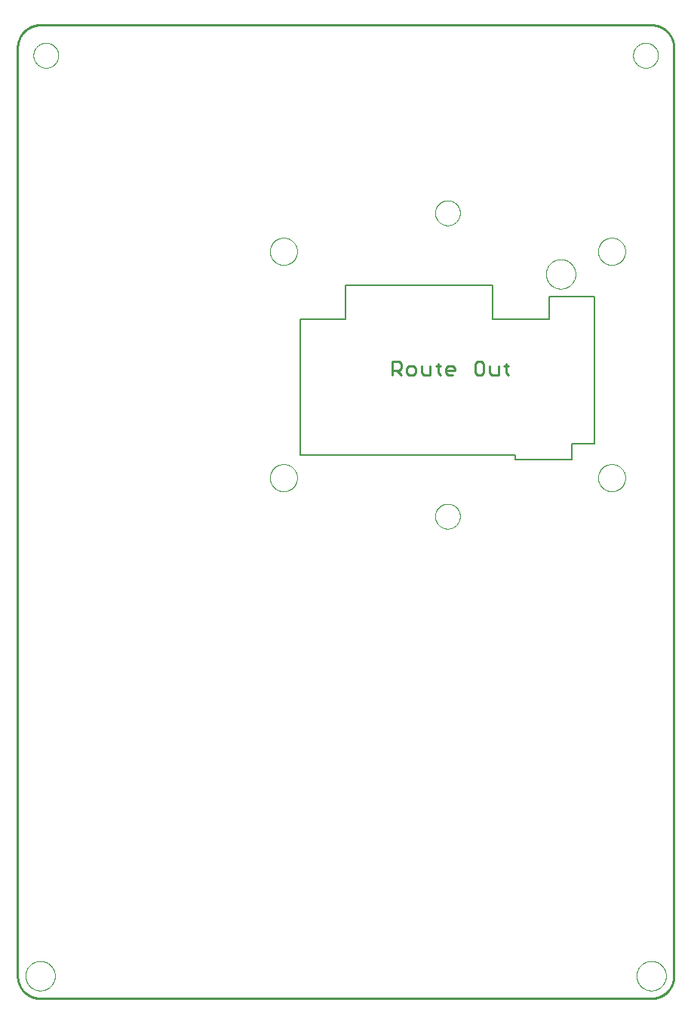
<source format=gko>
G75*
%MOIN*%
%OFA0B0*%
%FSLAX25Y25*%
%IPPOS*%
%LPD*%
%AMOC8*
5,1,8,0,0,1.08239X$1,22.5*
%
%ADD10C,0.01000*%
%ADD11C,0.00800*%
%ADD12C,0.01100*%
%ADD13C,0.00700*%
%ADD14C,0.00000*%
D10*
X0143333Y0120000D02*
X0143333Y0530000D01*
X0143336Y0530242D01*
X0143345Y0530483D01*
X0143359Y0530724D01*
X0143380Y0530965D01*
X0143406Y0531205D01*
X0143438Y0531445D01*
X0143476Y0531684D01*
X0143519Y0531921D01*
X0143569Y0532158D01*
X0143624Y0532393D01*
X0143684Y0532627D01*
X0143751Y0532859D01*
X0143822Y0533090D01*
X0143900Y0533319D01*
X0143983Y0533546D01*
X0144071Y0533771D01*
X0144165Y0533994D01*
X0144264Y0534214D01*
X0144369Y0534432D01*
X0144478Y0534647D01*
X0144593Y0534860D01*
X0144713Y0535070D01*
X0144838Y0535276D01*
X0144968Y0535480D01*
X0145103Y0535681D01*
X0145243Y0535878D01*
X0145387Y0536072D01*
X0145536Y0536262D01*
X0145690Y0536448D01*
X0145848Y0536631D01*
X0146010Y0536810D01*
X0146177Y0536985D01*
X0146348Y0537156D01*
X0146523Y0537323D01*
X0146702Y0537485D01*
X0146885Y0537643D01*
X0147071Y0537797D01*
X0147261Y0537946D01*
X0147455Y0538090D01*
X0147652Y0538230D01*
X0147853Y0538365D01*
X0148057Y0538495D01*
X0148263Y0538620D01*
X0148473Y0538740D01*
X0148686Y0538855D01*
X0148901Y0538964D01*
X0149119Y0539069D01*
X0149339Y0539168D01*
X0149562Y0539262D01*
X0149787Y0539350D01*
X0150014Y0539433D01*
X0150243Y0539511D01*
X0150474Y0539582D01*
X0150706Y0539649D01*
X0150940Y0539709D01*
X0151175Y0539764D01*
X0151412Y0539814D01*
X0151649Y0539857D01*
X0151888Y0539895D01*
X0152128Y0539927D01*
X0152368Y0539953D01*
X0152609Y0539974D01*
X0152850Y0539988D01*
X0153091Y0539997D01*
X0153333Y0540000D01*
X0423333Y0540000D01*
X0423575Y0539997D01*
X0423816Y0539988D01*
X0424057Y0539974D01*
X0424298Y0539953D01*
X0424538Y0539927D01*
X0424778Y0539895D01*
X0425017Y0539857D01*
X0425254Y0539814D01*
X0425491Y0539764D01*
X0425726Y0539709D01*
X0425960Y0539649D01*
X0426192Y0539582D01*
X0426423Y0539511D01*
X0426652Y0539433D01*
X0426879Y0539350D01*
X0427104Y0539262D01*
X0427327Y0539168D01*
X0427547Y0539069D01*
X0427765Y0538964D01*
X0427980Y0538855D01*
X0428193Y0538740D01*
X0428403Y0538620D01*
X0428609Y0538495D01*
X0428813Y0538365D01*
X0429014Y0538230D01*
X0429211Y0538090D01*
X0429405Y0537946D01*
X0429595Y0537797D01*
X0429781Y0537643D01*
X0429964Y0537485D01*
X0430143Y0537323D01*
X0430318Y0537156D01*
X0430489Y0536985D01*
X0430656Y0536810D01*
X0430818Y0536631D01*
X0430976Y0536448D01*
X0431130Y0536262D01*
X0431279Y0536072D01*
X0431423Y0535878D01*
X0431563Y0535681D01*
X0431698Y0535480D01*
X0431828Y0535276D01*
X0431953Y0535070D01*
X0432073Y0534860D01*
X0432188Y0534647D01*
X0432297Y0534432D01*
X0432402Y0534214D01*
X0432501Y0533994D01*
X0432595Y0533771D01*
X0432683Y0533546D01*
X0432766Y0533319D01*
X0432844Y0533090D01*
X0432915Y0532859D01*
X0432982Y0532627D01*
X0433042Y0532393D01*
X0433097Y0532158D01*
X0433147Y0531921D01*
X0433190Y0531684D01*
X0433228Y0531445D01*
X0433260Y0531205D01*
X0433286Y0530965D01*
X0433307Y0530724D01*
X0433321Y0530483D01*
X0433330Y0530242D01*
X0433333Y0530000D01*
X0433333Y0120000D01*
X0433330Y0119758D01*
X0433321Y0119517D01*
X0433307Y0119276D01*
X0433286Y0119035D01*
X0433260Y0118795D01*
X0433228Y0118555D01*
X0433190Y0118316D01*
X0433147Y0118079D01*
X0433097Y0117842D01*
X0433042Y0117607D01*
X0432982Y0117373D01*
X0432915Y0117141D01*
X0432844Y0116910D01*
X0432766Y0116681D01*
X0432683Y0116454D01*
X0432595Y0116229D01*
X0432501Y0116006D01*
X0432402Y0115786D01*
X0432297Y0115568D01*
X0432188Y0115353D01*
X0432073Y0115140D01*
X0431953Y0114930D01*
X0431828Y0114724D01*
X0431698Y0114520D01*
X0431563Y0114319D01*
X0431423Y0114122D01*
X0431279Y0113928D01*
X0431130Y0113738D01*
X0430976Y0113552D01*
X0430818Y0113369D01*
X0430656Y0113190D01*
X0430489Y0113015D01*
X0430318Y0112844D01*
X0430143Y0112677D01*
X0429964Y0112515D01*
X0429781Y0112357D01*
X0429595Y0112203D01*
X0429405Y0112054D01*
X0429211Y0111910D01*
X0429014Y0111770D01*
X0428813Y0111635D01*
X0428609Y0111505D01*
X0428403Y0111380D01*
X0428193Y0111260D01*
X0427980Y0111145D01*
X0427765Y0111036D01*
X0427547Y0110931D01*
X0427327Y0110832D01*
X0427104Y0110738D01*
X0426879Y0110650D01*
X0426652Y0110567D01*
X0426423Y0110489D01*
X0426192Y0110418D01*
X0425960Y0110351D01*
X0425726Y0110291D01*
X0425491Y0110236D01*
X0425254Y0110186D01*
X0425017Y0110143D01*
X0424778Y0110105D01*
X0424538Y0110073D01*
X0424298Y0110047D01*
X0424057Y0110026D01*
X0423816Y0110012D01*
X0423575Y0110003D01*
X0423333Y0110000D01*
X0153333Y0110000D01*
X0153091Y0110003D01*
X0152850Y0110012D01*
X0152609Y0110026D01*
X0152368Y0110047D01*
X0152128Y0110073D01*
X0151888Y0110105D01*
X0151649Y0110143D01*
X0151412Y0110186D01*
X0151175Y0110236D01*
X0150940Y0110291D01*
X0150706Y0110351D01*
X0150474Y0110418D01*
X0150243Y0110489D01*
X0150014Y0110567D01*
X0149787Y0110650D01*
X0149562Y0110738D01*
X0149339Y0110832D01*
X0149119Y0110931D01*
X0148901Y0111036D01*
X0148686Y0111145D01*
X0148473Y0111260D01*
X0148263Y0111380D01*
X0148057Y0111505D01*
X0147853Y0111635D01*
X0147652Y0111770D01*
X0147455Y0111910D01*
X0147261Y0112054D01*
X0147071Y0112203D01*
X0146885Y0112357D01*
X0146702Y0112515D01*
X0146523Y0112677D01*
X0146348Y0112844D01*
X0146177Y0113015D01*
X0146010Y0113190D01*
X0145848Y0113369D01*
X0145690Y0113552D01*
X0145536Y0113738D01*
X0145387Y0113928D01*
X0145243Y0114122D01*
X0145103Y0114319D01*
X0144968Y0114520D01*
X0144838Y0114724D01*
X0144713Y0114930D01*
X0144593Y0115140D01*
X0144478Y0115353D01*
X0144369Y0115568D01*
X0144264Y0115786D01*
X0144165Y0116006D01*
X0144071Y0116229D01*
X0143983Y0116454D01*
X0143900Y0116681D01*
X0143822Y0116910D01*
X0143751Y0117141D01*
X0143684Y0117373D01*
X0143624Y0117607D01*
X0143569Y0117842D01*
X0143519Y0118079D01*
X0143476Y0118316D01*
X0143438Y0118555D01*
X0143406Y0118795D01*
X0143380Y0119035D01*
X0143359Y0119276D01*
X0143345Y0119517D01*
X0143336Y0119758D01*
X0143333Y0120000D01*
D11*
X0268333Y0350000D02*
X0268333Y0410000D01*
X0288333Y0410000D01*
X0288333Y0425000D01*
X0353333Y0425000D01*
X0353333Y0410000D01*
X0378333Y0410000D01*
X0378333Y0420000D01*
X0398333Y0420000D01*
X0398333Y0355000D01*
X0388333Y0348000D02*
X0363333Y0348000D01*
X0363333Y0350000D01*
X0268333Y0350000D01*
D12*
X0308883Y0385550D02*
X0308883Y0391455D01*
X0311836Y0391455D01*
X0312820Y0390471D01*
X0312820Y0388503D01*
X0311836Y0387518D01*
X0308883Y0387518D01*
X0310852Y0387518D02*
X0312820Y0385550D01*
X0315329Y0386534D02*
X0316313Y0385550D01*
X0318281Y0385550D01*
X0319266Y0386534D01*
X0319266Y0388503D01*
X0318281Y0389487D01*
X0316313Y0389487D01*
X0315329Y0388503D01*
X0315329Y0386534D01*
X0321774Y0386534D02*
X0322758Y0385550D01*
X0325711Y0385550D01*
X0325711Y0389487D01*
X0328220Y0389487D02*
X0330188Y0389487D01*
X0329204Y0390471D02*
X0329204Y0386534D01*
X0330188Y0385550D01*
X0332517Y0386534D02*
X0332517Y0388503D01*
X0333501Y0389487D01*
X0335469Y0389487D01*
X0336454Y0388503D01*
X0336454Y0387518D01*
X0332517Y0387518D01*
X0332517Y0386534D02*
X0333501Y0385550D01*
X0335469Y0385550D01*
X0345408Y0386534D02*
X0346392Y0385550D01*
X0348360Y0385550D01*
X0349345Y0386534D01*
X0349345Y0390471D01*
X0348360Y0391455D01*
X0346392Y0391455D01*
X0345408Y0390471D01*
X0345408Y0386534D01*
X0351853Y0386534D02*
X0352837Y0385550D01*
X0355790Y0385550D01*
X0355790Y0389487D01*
X0358299Y0389487D02*
X0360267Y0389487D01*
X0359283Y0390471D02*
X0359283Y0386534D01*
X0360267Y0385550D01*
X0351853Y0386534D02*
X0351853Y0389487D01*
X0321774Y0389487D02*
X0321774Y0386534D01*
D13*
X0388333Y0355000D02*
X0388333Y0348000D01*
X0388333Y0355000D02*
X0398333Y0355000D01*
D14*
X0399833Y0340000D02*
X0399835Y0340154D01*
X0399841Y0340309D01*
X0399851Y0340463D01*
X0399865Y0340617D01*
X0399883Y0340770D01*
X0399904Y0340923D01*
X0399930Y0341076D01*
X0399960Y0341227D01*
X0399993Y0341378D01*
X0400031Y0341528D01*
X0400072Y0341677D01*
X0400117Y0341825D01*
X0400166Y0341971D01*
X0400219Y0342117D01*
X0400275Y0342260D01*
X0400335Y0342403D01*
X0400399Y0342543D01*
X0400466Y0342683D01*
X0400537Y0342820D01*
X0400611Y0342955D01*
X0400689Y0343089D01*
X0400770Y0343220D01*
X0400855Y0343349D01*
X0400943Y0343477D01*
X0401034Y0343601D01*
X0401128Y0343724D01*
X0401226Y0343844D01*
X0401326Y0343961D01*
X0401430Y0344076D01*
X0401536Y0344188D01*
X0401645Y0344297D01*
X0401757Y0344403D01*
X0401872Y0344507D01*
X0401989Y0344607D01*
X0402109Y0344705D01*
X0402232Y0344799D01*
X0402356Y0344890D01*
X0402484Y0344978D01*
X0402613Y0345063D01*
X0402744Y0345144D01*
X0402878Y0345222D01*
X0403013Y0345296D01*
X0403150Y0345367D01*
X0403290Y0345434D01*
X0403430Y0345498D01*
X0403573Y0345558D01*
X0403716Y0345614D01*
X0403862Y0345667D01*
X0404008Y0345716D01*
X0404156Y0345761D01*
X0404305Y0345802D01*
X0404455Y0345840D01*
X0404606Y0345873D01*
X0404757Y0345903D01*
X0404910Y0345929D01*
X0405063Y0345950D01*
X0405216Y0345968D01*
X0405370Y0345982D01*
X0405524Y0345992D01*
X0405679Y0345998D01*
X0405833Y0346000D01*
X0405987Y0345998D01*
X0406142Y0345992D01*
X0406296Y0345982D01*
X0406450Y0345968D01*
X0406603Y0345950D01*
X0406756Y0345929D01*
X0406909Y0345903D01*
X0407060Y0345873D01*
X0407211Y0345840D01*
X0407361Y0345802D01*
X0407510Y0345761D01*
X0407658Y0345716D01*
X0407804Y0345667D01*
X0407950Y0345614D01*
X0408093Y0345558D01*
X0408236Y0345498D01*
X0408376Y0345434D01*
X0408516Y0345367D01*
X0408653Y0345296D01*
X0408788Y0345222D01*
X0408922Y0345144D01*
X0409053Y0345063D01*
X0409182Y0344978D01*
X0409310Y0344890D01*
X0409434Y0344799D01*
X0409557Y0344705D01*
X0409677Y0344607D01*
X0409794Y0344507D01*
X0409909Y0344403D01*
X0410021Y0344297D01*
X0410130Y0344188D01*
X0410236Y0344076D01*
X0410340Y0343961D01*
X0410440Y0343844D01*
X0410538Y0343724D01*
X0410632Y0343601D01*
X0410723Y0343477D01*
X0410811Y0343349D01*
X0410896Y0343220D01*
X0410977Y0343089D01*
X0411055Y0342955D01*
X0411129Y0342820D01*
X0411200Y0342683D01*
X0411267Y0342543D01*
X0411331Y0342403D01*
X0411391Y0342260D01*
X0411447Y0342117D01*
X0411500Y0341971D01*
X0411549Y0341825D01*
X0411594Y0341677D01*
X0411635Y0341528D01*
X0411673Y0341378D01*
X0411706Y0341227D01*
X0411736Y0341076D01*
X0411762Y0340923D01*
X0411783Y0340770D01*
X0411801Y0340617D01*
X0411815Y0340463D01*
X0411825Y0340309D01*
X0411831Y0340154D01*
X0411833Y0340000D01*
X0411831Y0339846D01*
X0411825Y0339691D01*
X0411815Y0339537D01*
X0411801Y0339383D01*
X0411783Y0339230D01*
X0411762Y0339077D01*
X0411736Y0338924D01*
X0411706Y0338773D01*
X0411673Y0338622D01*
X0411635Y0338472D01*
X0411594Y0338323D01*
X0411549Y0338175D01*
X0411500Y0338029D01*
X0411447Y0337883D01*
X0411391Y0337740D01*
X0411331Y0337597D01*
X0411267Y0337457D01*
X0411200Y0337317D01*
X0411129Y0337180D01*
X0411055Y0337045D01*
X0410977Y0336911D01*
X0410896Y0336780D01*
X0410811Y0336651D01*
X0410723Y0336523D01*
X0410632Y0336399D01*
X0410538Y0336276D01*
X0410440Y0336156D01*
X0410340Y0336039D01*
X0410236Y0335924D01*
X0410130Y0335812D01*
X0410021Y0335703D01*
X0409909Y0335597D01*
X0409794Y0335493D01*
X0409677Y0335393D01*
X0409557Y0335295D01*
X0409434Y0335201D01*
X0409310Y0335110D01*
X0409182Y0335022D01*
X0409053Y0334937D01*
X0408922Y0334856D01*
X0408788Y0334778D01*
X0408653Y0334704D01*
X0408516Y0334633D01*
X0408376Y0334566D01*
X0408236Y0334502D01*
X0408093Y0334442D01*
X0407950Y0334386D01*
X0407804Y0334333D01*
X0407658Y0334284D01*
X0407510Y0334239D01*
X0407361Y0334198D01*
X0407211Y0334160D01*
X0407060Y0334127D01*
X0406909Y0334097D01*
X0406756Y0334071D01*
X0406603Y0334050D01*
X0406450Y0334032D01*
X0406296Y0334018D01*
X0406142Y0334008D01*
X0405987Y0334002D01*
X0405833Y0334000D01*
X0405679Y0334002D01*
X0405524Y0334008D01*
X0405370Y0334018D01*
X0405216Y0334032D01*
X0405063Y0334050D01*
X0404910Y0334071D01*
X0404757Y0334097D01*
X0404606Y0334127D01*
X0404455Y0334160D01*
X0404305Y0334198D01*
X0404156Y0334239D01*
X0404008Y0334284D01*
X0403862Y0334333D01*
X0403716Y0334386D01*
X0403573Y0334442D01*
X0403430Y0334502D01*
X0403290Y0334566D01*
X0403150Y0334633D01*
X0403013Y0334704D01*
X0402878Y0334778D01*
X0402744Y0334856D01*
X0402613Y0334937D01*
X0402484Y0335022D01*
X0402356Y0335110D01*
X0402232Y0335201D01*
X0402109Y0335295D01*
X0401989Y0335393D01*
X0401872Y0335493D01*
X0401757Y0335597D01*
X0401645Y0335703D01*
X0401536Y0335812D01*
X0401430Y0335924D01*
X0401326Y0336039D01*
X0401226Y0336156D01*
X0401128Y0336276D01*
X0401034Y0336399D01*
X0400943Y0336523D01*
X0400855Y0336651D01*
X0400770Y0336780D01*
X0400689Y0336911D01*
X0400611Y0337045D01*
X0400537Y0337180D01*
X0400466Y0337317D01*
X0400399Y0337457D01*
X0400335Y0337597D01*
X0400275Y0337740D01*
X0400219Y0337883D01*
X0400166Y0338029D01*
X0400117Y0338175D01*
X0400072Y0338323D01*
X0400031Y0338472D01*
X0399993Y0338622D01*
X0399960Y0338773D01*
X0399930Y0338924D01*
X0399904Y0339077D01*
X0399883Y0339230D01*
X0399865Y0339383D01*
X0399851Y0339537D01*
X0399841Y0339691D01*
X0399835Y0339846D01*
X0399833Y0340000D01*
X0376833Y0430000D02*
X0376835Y0430161D01*
X0376841Y0430321D01*
X0376851Y0430482D01*
X0376865Y0430642D01*
X0376883Y0430802D01*
X0376904Y0430961D01*
X0376930Y0431120D01*
X0376960Y0431278D01*
X0376993Y0431435D01*
X0377031Y0431592D01*
X0377072Y0431747D01*
X0377117Y0431901D01*
X0377166Y0432054D01*
X0377219Y0432206D01*
X0377275Y0432357D01*
X0377336Y0432506D01*
X0377399Y0432654D01*
X0377467Y0432800D01*
X0377538Y0432944D01*
X0377612Y0433086D01*
X0377690Y0433227D01*
X0377772Y0433365D01*
X0377857Y0433502D01*
X0377945Y0433636D01*
X0378037Y0433768D01*
X0378132Y0433898D01*
X0378230Y0434026D01*
X0378331Y0434151D01*
X0378435Y0434273D01*
X0378542Y0434393D01*
X0378652Y0434510D01*
X0378765Y0434625D01*
X0378881Y0434736D01*
X0379000Y0434845D01*
X0379121Y0434950D01*
X0379245Y0435053D01*
X0379371Y0435153D01*
X0379499Y0435249D01*
X0379630Y0435342D01*
X0379764Y0435432D01*
X0379899Y0435519D01*
X0380037Y0435602D01*
X0380176Y0435682D01*
X0380318Y0435758D01*
X0380461Y0435831D01*
X0380606Y0435900D01*
X0380753Y0435966D01*
X0380901Y0436028D01*
X0381051Y0436086D01*
X0381202Y0436141D01*
X0381355Y0436192D01*
X0381509Y0436239D01*
X0381664Y0436282D01*
X0381820Y0436321D01*
X0381976Y0436357D01*
X0382134Y0436388D01*
X0382292Y0436416D01*
X0382451Y0436440D01*
X0382611Y0436460D01*
X0382771Y0436476D01*
X0382931Y0436488D01*
X0383092Y0436496D01*
X0383253Y0436500D01*
X0383413Y0436500D01*
X0383574Y0436496D01*
X0383735Y0436488D01*
X0383895Y0436476D01*
X0384055Y0436460D01*
X0384215Y0436440D01*
X0384374Y0436416D01*
X0384532Y0436388D01*
X0384690Y0436357D01*
X0384846Y0436321D01*
X0385002Y0436282D01*
X0385157Y0436239D01*
X0385311Y0436192D01*
X0385464Y0436141D01*
X0385615Y0436086D01*
X0385765Y0436028D01*
X0385913Y0435966D01*
X0386060Y0435900D01*
X0386205Y0435831D01*
X0386348Y0435758D01*
X0386490Y0435682D01*
X0386629Y0435602D01*
X0386767Y0435519D01*
X0386902Y0435432D01*
X0387036Y0435342D01*
X0387167Y0435249D01*
X0387295Y0435153D01*
X0387421Y0435053D01*
X0387545Y0434950D01*
X0387666Y0434845D01*
X0387785Y0434736D01*
X0387901Y0434625D01*
X0388014Y0434510D01*
X0388124Y0434393D01*
X0388231Y0434273D01*
X0388335Y0434151D01*
X0388436Y0434026D01*
X0388534Y0433898D01*
X0388629Y0433768D01*
X0388721Y0433636D01*
X0388809Y0433502D01*
X0388894Y0433365D01*
X0388976Y0433227D01*
X0389054Y0433086D01*
X0389128Y0432944D01*
X0389199Y0432800D01*
X0389267Y0432654D01*
X0389330Y0432506D01*
X0389391Y0432357D01*
X0389447Y0432206D01*
X0389500Y0432054D01*
X0389549Y0431901D01*
X0389594Y0431747D01*
X0389635Y0431592D01*
X0389673Y0431435D01*
X0389706Y0431278D01*
X0389736Y0431120D01*
X0389762Y0430961D01*
X0389783Y0430802D01*
X0389801Y0430642D01*
X0389815Y0430482D01*
X0389825Y0430321D01*
X0389831Y0430161D01*
X0389833Y0430000D01*
X0389831Y0429839D01*
X0389825Y0429679D01*
X0389815Y0429518D01*
X0389801Y0429358D01*
X0389783Y0429198D01*
X0389762Y0429039D01*
X0389736Y0428880D01*
X0389706Y0428722D01*
X0389673Y0428565D01*
X0389635Y0428408D01*
X0389594Y0428253D01*
X0389549Y0428099D01*
X0389500Y0427946D01*
X0389447Y0427794D01*
X0389391Y0427643D01*
X0389330Y0427494D01*
X0389267Y0427346D01*
X0389199Y0427200D01*
X0389128Y0427056D01*
X0389054Y0426914D01*
X0388976Y0426773D01*
X0388894Y0426635D01*
X0388809Y0426498D01*
X0388721Y0426364D01*
X0388629Y0426232D01*
X0388534Y0426102D01*
X0388436Y0425974D01*
X0388335Y0425849D01*
X0388231Y0425727D01*
X0388124Y0425607D01*
X0388014Y0425490D01*
X0387901Y0425375D01*
X0387785Y0425264D01*
X0387666Y0425155D01*
X0387545Y0425050D01*
X0387421Y0424947D01*
X0387295Y0424847D01*
X0387167Y0424751D01*
X0387036Y0424658D01*
X0386902Y0424568D01*
X0386767Y0424481D01*
X0386629Y0424398D01*
X0386490Y0424318D01*
X0386348Y0424242D01*
X0386205Y0424169D01*
X0386060Y0424100D01*
X0385913Y0424034D01*
X0385765Y0423972D01*
X0385615Y0423914D01*
X0385464Y0423859D01*
X0385311Y0423808D01*
X0385157Y0423761D01*
X0385002Y0423718D01*
X0384846Y0423679D01*
X0384690Y0423643D01*
X0384532Y0423612D01*
X0384374Y0423584D01*
X0384215Y0423560D01*
X0384055Y0423540D01*
X0383895Y0423524D01*
X0383735Y0423512D01*
X0383574Y0423504D01*
X0383413Y0423500D01*
X0383253Y0423500D01*
X0383092Y0423504D01*
X0382931Y0423512D01*
X0382771Y0423524D01*
X0382611Y0423540D01*
X0382451Y0423560D01*
X0382292Y0423584D01*
X0382134Y0423612D01*
X0381976Y0423643D01*
X0381820Y0423679D01*
X0381664Y0423718D01*
X0381509Y0423761D01*
X0381355Y0423808D01*
X0381202Y0423859D01*
X0381051Y0423914D01*
X0380901Y0423972D01*
X0380753Y0424034D01*
X0380606Y0424100D01*
X0380461Y0424169D01*
X0380318Y0424242D01*
X0380176Y0424318D01*
X0380037Y0424398D01*
X0379899Y0424481D01*
X0379764Y0424568D01*
X0379630Y0424658D01*
X0379499Y0424751D01*
X0379371Y0424847D01*
X0379245Y0424947D01*
X0379121Y0425050D01*
X0379000Y0425155D01*
X0378881Y0425264D01*
X0378765Y0425375D01*
X0378652Y0425490D01*
X0378542Y0425607D01*
X0378435Y0425727D01*
X0378331Y0425849D01*
X0378230Y0425974D01*
X0378132Y0426102D01*
X0378037Y0426232D01*
X0377945Y0426364D01*
X0377857Y0426498D01*
X0377772Y0426635D01*
X0377690Y0426773D01*
X0377612Y0426914D01*
X0377538Y0427056D01*
X0377467Y0427200D01*
X0377399Y0427346D01*
X0377336Y0427494D01*
X0377275Y0427643D01*
X0377219Y0427794D01*
X0377166Y0427946D01*
X0377117Y0428099D01*
X0377072Y0428253D01*
X0377031Y0428408D01*
X0376993Y0428565D01*
X0376960Y0428722D01*
X0376930Y0428880D01*
X0376904Y0429039D01*
X0376883Y0429198D01*
X0376865Y0429358D01*
X0376851Y0429518D01*
X0376841Y0429679D01*
X0376835Y0429839D01*
X0376833Y0430000D01*
X0399833Y0440000D02*
X0399835Y0440154D01*
X0399841Y0440309D01*
X0399851Y0440463D01*
X0399865Y0440617D01*
X0399883Y0440770D01*
X0399904Y0440923D01*
X0399930Y0441076D01*
X0399960Y0441227D01*
X0399993Y0441378D01*
X0400031Y0441528D01*
X0400072Y0441677D01*
X0400117Y0441825D01*
X0400166Y0441971D01*
X0400219Y0442117D01*
X0400275Y0442260D01*
X0400335Y0442403D01*
X0400399Y0442543D01*
X0400466Y0442683D01*
X0400537Y0442820D01*
X0400611Y0442955D01*
X0400689Y0443089D01*
X0400770Y0443220D01*
X0400855Y0443349D01*
X0400943Y0443477D01*
X0401034Y0443601D01*
X0401128Y0443724D01*
X0401226Y0443844D01*
X0401326Y0443961D01*
X0401430Y0444076D01*
X0401536Y0444188D01*
X0401645Y0444297D01*
X0401757Y0444403D01*
X0401872Y0444507D01*
X0401989Y0444607D01*
X0402109Y0444705D01*
X0402232Y0444799D01*
X0402356Y0444890D01*
X0402484Y0444978D01*
X0402613Y0445063D01*
X0402744Y0445144D01*
X0402878Y0445222D01*
X0403013Y0445296D01*
X0403150Y0445367D01*
X0403290Y0445434D01*
X0403430Y0445498D01*
X0403573Y0445558D01*
X0403716Y0445614D01*
X0403862Y0445667D01*
X0404008Y0445716D01*
X0404156Y0445761D01*
X0404305Y0445802D01*
X0404455Y0445840D01*
X0404606Y0445873D01*
X0404757Y0445903D01*
X0404910Y0445929D01*
X0405063Y0445950D01*
X0405216Y0445968D01*
X0405370Y0445982D01*
X0405524Y0445992D01*
X0405679Y0445998D01*
X0405833Y0446000D01*
X0405987Y0445998D01*
X0406142Y0445992D01*
X0406296Y0445982D01*
X0406450Y0445968D01*
X0406603Y0445950D01*
X0406756Y0445929D01*
X0406909Y0445903D01*
X0407060Y0445873D01*
X0407211Y0445840D01*
X0407361Y0445802D01*
X0407510Y0445761D01*
X0407658Y0445716D01*
X0407804Y0445667D01*
X0407950Y0445614D01*
X0408093Y0445558D01*
X0408236Y0445498D01*
X0408376Y0445434D01*
X0408516Y0445367D01*
X0408653Y0445296D01*
X0408788Y0445222D01*
X0408922Y0445144D01*
X0409053Y0445063D01*
X0409182Y0444978D01*
X0409310Y0444890D01*
X0409434Y0444799D01*
X0409557Y0444705D01*
X0409677Y0444607D01*
X0409794Y0444507D01*
X0409909Y0444403D01*
X0410021Y0444297D01*
X0410130Y0444188D01*
X0410236Y0444076D01*
X0410340Y0443961D01*
X0410440Y0443844D01*
X0410538Y0443724D01*
X0410632Y0443601D01*
X0410723Y0443477D01*
X0410811Y0443349D01*
X0410896Y0443220D01*
X0410977Y0443089D01*
X0411055Y0442955D01*
X0411129Y0442820D01*
X0411200Y0442683D01*
X0411267Y0442543D01*
X0411331Y0442403D01*
X0411391Y0442260D01*
X0411447Y0442117D01*
X0411500Y0441971D01*
X0411549Y0441825D01*
X0411594Y0441677D01*
X0411635Y0441528D01*
X0411673Y0441378D01*
X0411706Y0441227D01*
X0411736Y0441076D01*
X0411762Y0440923D01*
X0411783Y0440770D01*
X0411801Y0440617D01*
X0411815Y0440463D01*
X0411825Y0440309D01*
X0411831Y0440154D01*
X0411833Y0440000D01*
X0411831Y0439846D01*
X0411825Y0439691D01*
X0411815Y0439537D01*
X0411801Y0439383D01*
X0411783Y0439230D01*
X0411762Y0439077D01*
X0411736Y0438924D01*
X0411706Y0438773D01*
X0411673Y0438622D01*
X0411635Y0438472D01*
X0411594Y0438323D01*
X0411549Y0438175D01*
X0411500Y0438029D01*
X0411447Y0437883D01*
X0411391Y0437740D01*
X0411331Y0437597D01*
X0411267Y0437457D01*
X0411200Y0437317D01*
X0411129Y0437180D01*
X0411055Y0437045D01*
X0410977Y0436911D01*
X0410896Y0436780D01*
X0410811Y0436651D01*
X0410723Y0436523D01*
X0410632Y0436399D01*
X0410538Y0436276D01*
X0410440Y0436156D01*
X0410340Y0436039D01*
X0410236Y0435924D01*
X0410130Y0435812D01*
X0410021Y0435703D01*
X0409909Y0435597D01*
X0409794Y0435493D01*
X0409677Y0435393D01*
X0409557Y0435295D01*
X0409434Y0435201D01*
X0409310Y0435110D01*
X0409182Y0435022D01*
X0409053Y0434937D01*
X0408922Y0434856D01*
X0408788Y0434778D01*
X0408653Y0434704D01*
X0408516Y0434633D01*
X0408376Y0434566D01*
X0408236Y0434502D01*
X0408093Y0434442D01*
X0407950Y0434386D01*
X0407804Y0434333D01*
X0407658Y0434284D01*
X0407510Y0434239D01*
X0407361Y0434198D01*
X0407211Y0434160D01*
X0407060Y0434127D01*
X0406909Y0434097D01*
X0406756Y0434071D01*
X0406603Y0434050D01*
X0406450Y0434032D01*
X0406296Y0434018D01*
X0406142Y0434008D01*
X0405987Y0434002D01*
X0405833Y0434000D01*
X0405679Y0434002D01*
X0405524Y0434008D01*
X0405370Y0434018D01*
X0405216Y0434032D01*
X0405063Y0434050D01*
X0404910Y0434071D01*
X0404757Y0434097D01*
X0404606Y0434127D01*
X0404455Y0434160D01*
X0404305Y0434198D01*
X0404156Y0434239D01*
X0404008Y0434284D01*
X0403862Y0434333D01*
X0403716Y0434386D01*
X0403573Y0434442D01*
X0403430Y0434502D01*
X0403290Y0434566D01*
X0403150Y0434633D01*
X0403013Y0434704D01*
X0402878Y0434778D01*
X0402744Y0434856D01*
X0402613Y0434937D01*
X0402484Y0435022D01*
X0402356Y0435110D01*
X0402232Y0435201D01*
X0402109Y0435295D01*
X0401989Y0435393D01*
X0401872Y0435493D01*
X0401757Y0435597D01*
X0401645Y0435703D01*
X0401536Y0435812D01*
X0401430Y0435924D01*
X0401326Y0436039D01*
X0401226Y0436156D01*
X0401128Y0436276D01*
X0401034Y0436399D01*
X0400943Y0436523D01*
X0400855Y0436651D01*
X0400770Y0436780D01*
X0400689Y0436911D01*
X0400611Y0437045D01*
X0400537Y0437180D01*
X0400466Y0437317D01*
X0400399Y0437457D01*
X0400335Y0437597D01*
X0400275Y0437740D01*
X0400219Y0437883D01*
X0400166Y0438029D01*
X0400117Y0438175D01*
X0400072Y0438323D01*
X0400031Y0438472D01*
X0399993Y0438622D01*
X0399960Y0438773D01*
X0399930Y0438924D01*
X0399904Y0439077D01*
X0399883Y0439230D01*
X0399865Y0439383D01*
X0399851Y0439537D01*
X0399841Y0439691D01*
X0399835Y0439846D01*
X0399833Y0440000D01*
X0415333Y0526600D02*
X0415335Y0526748D01*
X0415341Y0526896D01*
X0415351Y0527044D01*
X0415365Y0527192D01*
X0415383Y0527339D01*
X0415405Y0527486D01*
X0415431Y0527632D01*
X0415460Y0527777D01*
X0415494Y0527922D01*
X0415532Y0528065D01*
X0415573Y0528208D01*
X0415618Y0528349D01*
X0415668Y0528489D01*
X0415720Y0528627D01*
X0415777Y0528765D01*
X0415837Y0528900D01*
X0415901Y0529034D01*
X0415968Y0529166D01*
X0416039Y0529296D01*
X0416114Y0529425D01*
X0416192Y0529551D01*
X0416273Y0529675D01*
X0416357Y0529797D01*
X0416445Y0529916D01*
X0416536Y0530033D01*
X0416630Y0530148D01*
X0416728Y0530260D01*
X0416828Y0530369D01*
X0416931Y0530476D01*
X0417037Y0530580D01*
X0417145Y0530681D01*
X0417257Y0530779D01*
X0417371Y0530874D01*
X0417487Y0530965D01*
X0417606Y0531054D01*
X0417727Y0531139D01*
X0417851Y0531221D01*
X0417977Y0531300D01*
X0418104Y0531375D01*
X0418234Y0531447D01*
X0418366Y0531516D01*
X0418499Y0531580D01*
X0418634Y0531641D01*
X0418771Y0531699D01*
X0418909Y0531753D01*
X0419049Y0531803D01*
X0419190Y0531849D01*
X0419332Y0531891D01*
X0419475Y0531930D01*
X0419619Y0531964D01*
X0419765Y0531995D01*
X0419910Y0532022D01*
X0420057Y0532045D01*
X0420204Y0532064D01*
X0420352Y0532079D01*
X0420499Y0532090D01*
X0420648Y0532097D01*
X0420796Y0532100D01*
X0420944Y0532099D01*
X0421092Y0532094D01*
X0421240Y0532085D01*
X0421388Y0532072D01*
X0421536Y0532055D01*
X0421682Y0532034D01*
X0421829Y0532009D01*
X0421974Y0531980D01*
X0422119Y0531948D01*
X0422262Y0531911D01*
X0422405Y0531871D01*
X0422547Y0531826D01*
X0422687Y0531778D01*
X0422826Y0531726D01*
X0422963Y0531671D01*
X0423099Y0531611D01*
X0423234Y0531548D01*
X0423366Y0531482D01*
X0423497Y0531412D01*
X0423626Y0531338D01*
X0423752Y0531261D01*
X0423877Y0531181D01*
X0423999Y0531097D01*
X0424120Y0531010D01*
X0424237Y0530920D01*
X0424353Y0530826D01*
X0424465Y0530730D01*
X0424575Y0530631D01*
X0424683Y0530528D01*
X0424787Y0530423D01*
X0424889Y0530315D01*
X0424987Y0530204D01*
X0425083Y0530091D01*
X0425176Y0529975D01*
X0425265Y0529857D01*
X0425351Y0529736D01*
X0425434Y0529613D01*
X0425514Y0529488D01*
X0425590Y0529361D01*
X0425663Y0529231D01*
X0425732Y0529100D01*
X0425797Y0528967D01*
X0425860Y0528833D01*
X0425918Y0528696D01*
X0425973Y0528558D01*
X0426023Y0528419D01*
X0426071Y0528278D01*
X0426114Y0528137D01*
X0426154Y0527994D01*
X0426189Y0527850D01*
X0426221Y0527705D01*
X0426249Y0527559D01*
X0426273Y0527413D01*
X0426293Y0527266D01*
X0426309Y0527118D01*
X0426321Y0526971D01*
X0426329Y0526822D01*
X0426333Y0526674D01*
X0426333Y0526526D01*
X0426329Y0526378D01*
X0426321Y0526229D01*
X0426309Y0526082D01*
X0426293Y0525934D01*
X0426273Y0525787D01*
X0426249Y0525641D01*
X0426221Y0525495D01*
X0426189Y0525350D01*
X0426154Y0525206D01*
X0426114Y0525063D01*
X0426071Y0524922D01*
X0426023Y0524781D01*
X0425973Y0524642D01*
X0425918Y0524504D01*
X0425860Y0524367D01*
X0425797Y0524233D01*
X0425732Y0524100D01*
X0425663Y0523969D01*
X0425590Y0523839D01*
X0425514Y0523712D01*
X0425434Y0523587D01*
X0425351Y0523464D01*
X0425265Y0523343D01*
X0425176Y0523225D01*
X0425083Y0523109D01*
X0424987Y0522996D01*
X0424889Y0522885D01*
X0424787Y0522777D01*
X0424683Y0522672D01*
X0424575Y0522569D01*
X0424465Y0522470D01*
X0424353Y0522374D01*
X0424237Y0522280D01*
X0424120Y0522190D01*
X0423999Y0522103D01*
X0423877Y0522019D01*
X0423752Y0521939D01*
X0423626Y0521862D01*
X0423497Y0521788D01*
X0423366Y0521718D01*
X0423234Y0521652D01*
X0423099Y0521589D01*
X0422963Y0521529D01*
X0422826Y0521474D01*
X0422687Y0521422D01*
X0422547Y0521374D01*
X0422405Y0521329D01*
X0422262Y0521289D01*
X0422119Y0521252D01*
X0421974Y0521220D01*
X0421829Y0521191D01*
X0421682Y0521166D01*
X0421536Y0521145D01*
X0421388Y0521128D01*
X0421240Y0521115D01*
X0421092Y0521106D01*
X0420944Y0521101D01*
X0420796Y0521100D01*
X0420648Y0521103D01*
X0420499Y0521110D01*
X0420352Y0521121D01*
X0420204Y0521136D01*
X0420057Y0521155D01*
X0419910Y0521178D01*
X0419765Y0521205D01*
X0419619Y0521236D01*
X0419475Y0521270D01*
X0419332Y0521309D01*
X0419190Y0521351D01*
X0419049Y0521397D01*
X0418909Y0521447D01*
X0418771Y0521501D01*
X0418634Y0521559D01*
X0418499Y0521620D01*
X0418366Y0521684D01*
X0418234Y0521753D01*
X0418104Y0521825D01*
X0417977Y0521900D01*
X0417851Y0521979D01*
X0417727Y0522061D01*
X0417606Y0522146D01*
X0417487Y0522235D01*
X0417371Y0522326D01*
X0417257Y0522421D01*
X0417145Y0522519D01*
X0417037Y0522620D01*
X0416931Y0522724D01*
X0416828Y0522831D01*
X0416728Y0522940D01*
X0416630Y0523052D01*
X0416536Y0523167D01*
X0416445Y0523284D01*
X0416357Y0523403D01*
X0416273Y0523525D01*
X0416192Y0523649D01*
X0416114Y0523775D01*
X0416039Y0523904D01*
X0415968Y0524034D01*
X0415901Y0524166D01*
X0415837Y0524300D01*
X0415777Y0524435D01*
X0415720Y0524573D01*
X0415668Y0524711D01*
X0415618Y0524851D01*
X0415573Y0524992D01*
X0415532Y0525135D01*
X0415494Y0525278D01*
X0415460Y0525423D01*
X0415431Y0525568D01*
X0415405Y0525714D01*
X0415383Y0525861D01*
X0415365Y0526008D01*
X0415351Y0526156D01*
X0415341Y0526304D01*
X0415335Y0526452D01*
X0415333Y0526600D01*
X0327833Y0457000D02*
X0327835Y0457148D01*
X0327841Y0457296D01*
X0327851Y0457444D01*
X0327865Y0457592D01*
X0327883Y0457739D01*
X0327905Y0457886D01*
X0327931Y0458032D01*
X0327960Y0458177D01*
X0327994Y0458322D01*
X0328032Y0458465D01*
X0328073Y0458608D01*
X0328118Y0458749D01*
X0328168Y0458889D01*
X0328220Y0459027D01*
X0328277Y0459165D01*
X0328337Y0459300D01*
X0328401Y0459434D01*
X0328468Y0459566D01*
X0328539Y0459696D01*
X0328614Y0459825D01*
X0328692Y0459951D01*
X0328773Y0460075D01*
X0328857Y0460197D01*
X0328945Y0460316D01*
X0329036Y0460433D01*
X0329130Y0460548D01*
X0329228Y0460660D01*
X0329328Y0460769D01*
X0329431Y0460876D01*
X0329537Y0460980D01*
X0329645Y0461081D01*
X0329757Y0461179D01*
X0329871Y0461274D01*
X0329987Y0461365D01*
X0330106Y0461454D01*
X0330227Y0461539D01*
X0330351Y0461621D01*
X0330477Y0461700D01*
X0330604Y0461775D01*
X0330734Y0461847D01*
X0330866Y0461916D01*
X0330999Y0461980D01*
X0331134Y0462041D01*
X0331271Y0462099D01*
X0331409Y0462153D01*
X0331549Y0462203D01*
X0331690Y0462249D01*
X0331832Y0462291D01*
X0331975Y0462330D01*
X0332119Y0462364D01*
X0332265Y0462395D01*
X0332410Y0462422D01*
X0332557Y0462445D01*
X0332704Y0462464D01*
X0332852Y0462479D01*
X0332999Y0462490D01*
X0333148Y0462497D01*
X0333296Y0462500D01*
X0333444Y0462499D01*
X0333592Y0462494D01*
X0333740Y0462485D01*
X0333888Y0462472D01*
X0334036Y0462455D01*
X0334182Y0462434D01*
X0334329Y0462409D01*
X0334474Y0462380D01*
X0334619Y0462348D01*
X0334762Y0462311D01*
X0334905Y0462271D01*
X0335047Y0462226D01*
X0335187Y0462178D01*
X0335326Y0462126D01*
X0335463Y0462071D01*
X0335599Y0462011D01*
X0335734Y0461948D01*
X0335866Y0461882D01*
X0335997Y0461812D01*
X0336126Y0461738D01*
X0336252Y0461661D01*
X0336377Y0461581D01*
X0336499Y0461497D01*
X0336620Y0461410D01*
X0336737Y0461320D01*
X0336853Y0461226D01*
X0336965Y0461130D01*
X0337075Y0461031D01*
X0337183Y0460928D01*
X0337287Y0460823D01*
X0337389Y0460715D01*
X0337487Y0460604D01*
X0337583Y0460491D01*
X0337676Y0460375D01*
X0337765Y0460257D01*
X0337851Y0460136D01*
X0337934Y0460013D01*
X0338014Y0459888D01*
X0338090Y0459761D01*
X0338163Y0459631D01*
X0338232Y0459500D01*
X0338297Y0459367D01*
X0338360Y0459233D01*
X0338418Y0459096D01*
X0338473Y0458958D01*
X0338523Y0458819D01*
X0338571Y0458678D01*
X0338614Y0458537D01*
X0338654Y0458394D01*
X0338689Y0458250D01*
X0338721Y0458105D01*
X0338749Y0457959D01*
X0338773Y0457813D01*
X0338793Y0457666D01*
X0338809Y0457518D01*
X0338821Y0457371D01*
X0338829Y0457222D01*
X0338833Y0457074D01*
X0338833Y0456926D01*
X0338829Y0456778D01*
X0338821Y0456629D01*
X0338809Y0456482D01*
X0338793Y0456334D01*
X0338773Y0456187D01*
X0338749Y0456041D01*
X0338721Y0455895D01*
X0338689Y0455750D01*
X0338654Y0455606D01*
X0338614Y0455463D01*
X0338571Y0455322D01*
X0338523Y0455181D01*
X0338473Y0455042D01*
X0338418Y0454904D01*
X0338360Y0454767D01*
X0338297Y0454633D01*
X0338232Y0454500D01*
X0338163Y0454369D01*
X0338090Y0454239D01*
X0338014Y0454112D01*
X0337934Y0453987D01*
X0337851Y0453864D01*
X0337765Y0453743D01*
X0337676Y0453625D01*
X0337583Y0453509D01*
X0337487Y0453396D01*
X0337389Y0453285D01*
X0337287Y0453177D01*
X0337183Y0453072D01*
X0337075Y0452969D01*
X0336965Y0452870D01*
X0336853Y0452774D01*
X0336737Y0452680D01*
X0336620Y0452590D01*
X0336499Y0452503D01*
X0336377Y0452419D01*
X0336252Y0452339D01*
X0336126Y0452262D01*
X0335997Y0452188D01*
X0335866Y0452118D01*
X0335734Y0452052D01*
X0335599Y0451989D01*
X0335463Y0451929D01*
X0335326Y0451874D01*
X0335187Y0451822D01*
X0335047Y0451774D01*
X0334905Y0451729D01*
X0334762Y0451689D01*
X0334619Y0451652D01*
X0334474Y0451620D01*
X0334329Y0451591D01*
X0334182Y0451566D01*
X0334036Y0451545D01*
X0333888Y0451528D01*
X0333740Y0451515D01*
X0333592Y0451506D01*
X0333444Y0451501D01*
X0333296Y0451500D01*
X0333148Y0451503D01*
X0332999Y0451510D01*
X0332852Y0451521D01*
X0332704Y0451536D01*
X0332557Y0451555D01*
X0332410Y0451578D01*
X0332265Y0451605D01*
X0332119Y0451636D01*
X0331975Y0451670D01*
X0331832Y0451709D01*
X0331690Y0451751D01*
X0331549Y0451797D01*
X0331409Y0451847D01*
X0331271Y0451901D01*
X0331134Y0451959D01*
X0330999Y0452020D01*
X0330866Y0452084D01*
X0330734Y0452153D01*
X0330604Y0452225D01*
X0330477Y0452300D01*
X0330351Y0452379D01*
X0330227Y0452461D01*
X0330106Y0452546D01*
X0329987Y0452635D01*
X0329871Y0452726D01*
X0329757Y0452821D01*
X0329645Y0452919D01*
X0329537Y0453020D01*
X0329431Y0453124D01*
X0329328Y0453231D01*
X0329228Y0453340D01*
X0329130Y0453452D01*
X0329036Y0453567D01*
X0328945Y0453684D01*
X0328857Y0453803D01*
X0328773Y0453925D01*
X0328692Y0454049D01*
X0328614Y0454175D01*
X0328539Y0454304D01*
X0328468Y0454434D01*
X0328401Y0454566D01*
X0328337Y0454700D01*
X0328277Y0454835D01*
X0328220Y0454973D01*
X0328168Y0455111D01*
X0328118Y0455251D01*
X0328073Y0455392D01*
X0328032Y0455535D01*
X0327994Y0455678D01*
X0327960Y0455823D01*
X0327931Y0455968D01*
X0327905Y0456114D01*
X0327883Y0456261D01*
X0327865Y0456408D01*
X0327851Y0456556D01*
X0327841Y0456704D01*
X0327835Y0456852D01*
X0327833Y0457000D01*
X0254833Y0440000D02*
X0254835Y0440154D01*
X0254841Y0440309D01*
X0254851Y0440463D01*
X0254865Y0440617D01*
X0254883Y0440770D01*
X0254904Y0440923D01*
X0254930Y0441076D01*
X0254960Y0441227D01*
X0254993Y0441378D01*
X0255031Y0441528D01*
X0255072Y0441677D01*
X0255117Y0441825D01*
X0255166Y0441971D01*
X0255219Y0442117D01*
X0255275Y0442260D01*
X0255335Y0442403D01*
X0255399Y0442543D01*
X0255466Y0442683D01*
X0255537Y0442820D01*
X0255611Y0442955D01*
X0255689Y0443089D01*
X0255770Y0443220D01*
X0255855Y0443349D01*
X0255943Y0443477D01*
X0256034Y0443601D01*
X0256128Y0443724D01*
X0256226Y0443844D01*
X0256326Y0443961D01*
X0256430Y0444076D01*
X0256536Y0444188D01*
X0256645Y0444297D01*
X0256757Y0444403D01*
X0256872Y0444507D01*
X0256989Y0444607D01*
X0257109Y0444705D01*
X0257232Y0444799D01*
X0257356Y0444890D01*
X0257484Y0444978D01*
X0257613Y0445063D01*
X0257744Y0445144D01*
X0257878Y0445222D01*
X0258013Y0445296D01*
X0258150Y0445367D01*
X0258290Y0445434D01*
X0258430Y0445498D01*
X0258573Y0445558D01*
X0258716Y0445614D01*
X0258862Y0445667D01*
X0259008Y0445716D01*
X0259156Y0445761D01*
X0259305Y0445802D01*
X0259455Y0445840D01*
X0259606Y0445873D01*
X0259757Y0445903D01*
X0259910Y0445929D01*
X0260063Y0445950D01*
X0260216Y0445968D01*
X0260370Y0445982D01*
X0260524Y0445992D01*
X0260679Y0445998D01*
X0260833Y0446000D01*
X0260987Y0445998D01*
X0261142Y0445992D01*
X0261296Y0445982D01*
X0261450Y0445968D01*
X0261603Y0445950D01*
X0261756Y0445929D01*
X0261909Y0445903D01*
X0262060Y0445873D01*
X0262211Y0445840D01*
X0262361Y0445802D01*
X0262510Y0445761D01*
X0262658Y0445716D01*
X0262804Y0445667D01*
X0262950Y0445614D01*
X0263093Y0445558D01*
X0263236Y0445498D01*
X0263376Y0445434D01*
X0263516Y0445367D01*
X0263653Y0445296D01*
X0263788Y0445222D01*
X0263922Y0445144D01*
X0264053Y0445063D01*
X0264182Y0444978D01*
X0264310Y0444890D01*
X0264434Y0444799D01*
X0264557Y0444705D01*
X0264677Y0444607D01*
X0264794Y0444507D01*
X0264909Y0444403D01*
X0265021Y0444297D01*
X0265130Y0444188D01*
X0265236Y0444076D01*
X0265340Y0443961D01*
X0265440Y0443844D01*
X0265538Y0443724D01*
X0265632Y0443601D01*
X0265723Y0443477D01*
X0265811Y0443349D01*
X0265896Y0443220D01*
X0265977Y0443089D01*
X0266055Y0442955D01*
X0266129Y0442820D01*
X0266200Y0442683D01*
X0266267Y0442543D01*
X0266331Y0442403D01*
X0266391Y0442260D01*
X0266447Y0442117D01*
X0266500Y0441971D01*
X0266549Y0441825D01*
X0266594Y0441677D01*
X0266635Y0441528D01*
X0266673Y0441378D01*
X0266706Y0441227D01*
X0266736Y0441076D01*
X0266762Y0440923D01*
X0266783Y0440770D01*
X0266801Y0440617D01*
X0266815Y0440463D01*
X0266825Y0440309D01*
X0266831Y0440154D01*
X0266833Y0440000D01*
X0266831Y0439846D01*
X0266825Y0439691D01*
X0266815Y0439537D01*
X0266801Y0439383D01*
X0266783Y0439230D01*
X0266762Y0439077D01*
X0266736Y0438924D01*
X0266706Y0438773D01*
X0266673Y0438622D01*
X0266635Y0438472D01*
X0266594Y0438323D01*
X0266549Y0438175D01*
X0266500Y0438029D01*
X0266447Y0437883D01*
X0266391Y0437740D01*
X0266331Y0437597D01*
X0266267Y0437457D01*
X0266200Y0437317D01*
X0266129Y0437180D01*
X0266055Y0437045D01*
X0265977Y0436911D01*
X0265896Y0436780D01*
X0265811Y0436651D01*
X0265723Y0436523D01*
X0265632Y0436399D01*
X0265538Y0436276D01*
X0265440Y0436156D01*
X0265340Y0436039D01*
X0265236Y0435924D01*
X0265130Y0435812D01*
X0265021Y0435703D01*
X0264909Y0435597D01*
X0264794Y0435493D01*
X0264677Y0435393D01*
X0264557Y0435295D01*
X0264434Y0435201D01*
X0264310Y0435110D01*
X0264182Y0435022D01*
X0264053Y0434937D01*
X0263922Y0434856D01*
X0263788Y0434778D01*
X0263653Y0434704D01*
X0263516Y0434633D01*
X0263376Y0434566D01*
X0263236Y0434502D01*
X0263093Y0434442D01*
X0262950Y0434386D01*
X0262804Y0434333D01*
X0262658Y0434284D01*
X0262510Y0434239D01*
X0262361Y0434198D01*
X0262211Y0434160D01*
X0262060Y0434127D01*
X0261909Y0434097D01*
X0261756Y0434071D01*
X0261603Y0434050D01*
X0261450Y0434032D01*
X0261296Y0434018D01*
X0261142Y0434008D01*
X0260987Y0434002D01*
X0260833Y0434000D01*
X0260679Y0434002D01*
X0260524Y0434008D01*
X0260370Y0434018D01*
X0260216Y0434032D01*
X0260063Y0434050D01*
X0259910Y0434071D01*
X0259757Y0434097D01*
X0259606Y0434127D01*
X0259455Y0434160D01*
X0259305Y0434198D01*
X0259156Y0434239D01*
X0259008Y0434284D01*
X0258862Y0434333D01*
X0258716Y0434386D01*
X0258573Y0434442D01*
X0258430Y0434502D01*
X0258290Y0434566D01*
X0258150Y0434633D01*
X0258013Y0434704D01*
X0257878Y0434778D01*
X0257744Y0434856D01*
X0257613Y0434937D01*
X0257484Y0435022D01*
X0257356Y0435110D01*
X0257232Y0435201D01*
X0257109Y0435295D01*
X0256989Y0435393D01*
X0256872Y0435493D01*
X0256757Y0435597D01*
X0256645Y0435703D01*
X0256536Y0435812D01*
X0256430Y0435924D01*
X0256326Y0436039D01*
X0256226Y0436156D01*
X0256128Y0436276D01*
X0256034Y0436399D01*
X0255943Y0436523D01*
X0255855Y0436651D01*
X0255770Y0436780D01*
X0255689Y0436911D01*
X0255611Y0437045D01*
X0255537Y0437180D01*
X0255466Y0437317D01*
X0255399Y0437457D01*
X0255335Y0437597D01*
X0255275Y0437740D01*
X0255219Y0437883D01*
X0255166Y0438029D01*
X0255117Y0438175D01*
X0255072Y0438323D01*
X0255031Y0438472D01*
X0254993Y0438622D01*
X0254960Y0438773D01*
X0254930Y0438924D01*
X0254904Y0439077D01*
X0254883Y0439230D01*
X0254865Y0439383D01*
X0254851Y0439537D01*
X0254841Y0439691D01*
X0254835Y0439846D01*
X0254833Y0440000D01*
X0254833Y0340000D02*
X0254835Y0340154D01*
X0254841Y0340309D01*
X0254851Y0340463D01*
X0254865Y0340617D01*
X0254883Y0340770D01*
X0254904Y0340923D01*
X0254930Y0341076D01*
X0254960Y0341227D01*
X0254993Y0341378D01*
X0255031Y0341528D01*
X0255072Y0341677D01*
X0255117Y0341825D01*
X0255166Y0341971D01*
X0255219Y0342117D01*
X0255275Y0342260D01*
X0255335Y0342403D01*
X0255399Y0342543D01*
X0255466Y0342683D01*
X0255537Y0342820D01*
X0255611Y0342955D01*
X0255689Y0343089D01*
X0255770Y0343220D01*
X0255855Y0343349D01*
X0255943Y0343477D01*
X0256034Y0343601D01*
X0256128Y0343724D01*
X0256226Y0343844D01*
X0256326Y0343961D01*
X0256430Y0344076D01*
X0256536Y0344188D01*
X0256645Y0344297D01*
X0256757Y0344403D01*
X0256872Y0344507D01*
X0256989Y0344607D01*
X0257109Y0344705D01*
X0257232Y0344799D01*
X0257356Y0344890D01*
X0257484Y0344978D01*
X0257613Y0345063D01*
X0257744Y0345144D01*
X0257878Y0345222D01*
X0258013Y0345296D01*
X0258150Y0345367D01*
X0258290Y0345434D01*
X0258430Y0345498D01*
X0258573Y0345558D01*
X0258716Y0345614D01*
X0258862Y0345667D01*
X0259008Y0345716D01*
X0259156Y0345761D01*
X0259305Y0345802D01*
X0259455Y0345840D01*
X0259606Y0345873D01*
X0259757Y0345903D01*
X0259910Y0345929D01*
X0260063Y0345950D01*
X0260216Y0345968D01*
X0260370Y0345982D01*
X0260524Y0345992D01*
X0260679Y0345998D01*
X0260833Y0346000D01*
X0260987Y0345998D01*
X0261142Y0345992D01*
X0261296Y0345982D01*
X0261450Y0345968D01*
X0261603Y0345950D01*
X0261756Y0345929D01*
X0261909Y0345903D01*
X0262060Y0345873D01*
X0262211Y0345840D01*
X0262361Y0345802D01*
X0262510Y0345761D01*
X0262658Y0345716D01*
X0262804Y0345667D01*
X0262950Y0345614D01*
X0263093Y0345558D01*
X0263236Y0345498D01*
X0263376Y0345434D01*
X0263516Y0345367D01*
X0263653Y0345296D01*
X0263788Y0345222D01*
X0263922Y0345144D01*
X0264053Y0345063D01*
X0264182Y0344978D01*
X0264310Y0344890D01*
X0264434Y0344799D01*
X0264557Y0344705D01*
X0264677Y0344607D01*
X0264794Y0344507D01*
X0264909Y0344403D01*
X0265021Y0344297D01*
X0265130Y0344188D01*
X0265236Y0344076D01*
X0265340Y0343961D01*
X0265440Y0343844D01*
X0265538Y0343724D01*
X0265632Y0343601D01*
X0265723Y0343477D01*
X0265811Y0343349D01*
X0265896Y0343220D01*
X0265977Y0343089D01*
X0266055Y0342955D01*
X0266129Y0342820D01*
X0266200Y0342683D01*
X0266267Y0342543D01*
X0266331Y0342403D01*
X0266391Y0342260D01*
X0266447Y0342117D01*
X0266500Y0341971D01*
X0266549Y0341825D01*
X0266594Y0341677D01*
X0266635Y0341528D01*
X0266673Y0341378D01*
X0266706Y0341227D01*
X0266736Y0341076D01*
X0266762Y0340923D01*
X0266783Y0340770D01*
X0266801Y0340617D01*
X0266815Y0340463D01*
X0266825Y0340309D01*
X0266831Y0340154D01*
X0266833Y0340000D01*
X0266831Y0339846D01*
X0266825Y0339691D01*
X0266815Y0339537D01*
X0266801Y0339383D01*
X0266783Y0339230D01*
X0266762Y0339077D01*
X0266736Y0338924D01*
X0266706Y0338773D01*
X0266673Y0338622D01*
X0266635Y0338472D01*
X0266594Y0338323D01*
X0266549Y0338175D01*
X0266500Y0338029D01*
X0266447Y0337883D01*
X0266391Y0337740D01*
X0266331Y0337597D01*
X0266267Y0337457D01*
X0266200Y0337317D01*
X0266129Y0337180D01*
X0266055Y0337045D01*
X0265977Y0336911D01*
X0265896Y0336780D01*
X0265811Y0336651D01*
X0265723Y0336523D01*
X0265632Y0336399D01*
X0265538Y0336276D01*
X0265440Y0336156D01*
X0265340Y0336039D01*
X0265236Y0335924D01*
X0265130Y0335812D01*
X0265021Y0335703D01*
X0264909Y0335597D01*
X0264794Y0335493D01*
X0264677Y0335393D01*
X0264557Y0335295D01*
X0264434Y0335201D01*
X0264310Y0335110D01*
X0264182Y0335022D01*
X0264053Y0334937D01*
X0263922Y0334856D01*
X0263788Y0334778D01*
X0263653Y0334704D01*
X0263516Y0334633D01*
X0263376Y0334566D01*
X0263236Y0334502D01*
X0263093Y0334442D01*
X0262950Y0334386D01*
X0262804Y0334333D01*
X0262658Y0334284D01*
X0262510Y0334239D01*
X0262361Y0334198D01*
X0262211Y0334160D01*
X0262060Y0334127D01*
X0261909Y0334097D01*
X0261756Y0334071D01*
X0261603Y0334050D01*
X0261450Y0334032D01*
X0261296Y0334018D01*
X0261142Y0334008D01*
X0260987Y0334002D01*
X0260833Y0334000D01*
X0260679Y0334002D01*
X0260524Y0334008D01*
X0260370Y0334018D01*
X0260216Y0334032D01*
X0260063Y0334050D01*
X0259910Y0334071D01*
X0259757Y0334097D01*
X0259606Y0334127D01*
X0259455Y0334160D01*
X0259305Y0334198D01*
X0259156Y0334239D01*
X0259008Y0334284D01*
X0258862Y0334333D01*
X0258716Y0334386D01*
X0258573Y0334442D01*
X0258430Y0334502D01*
X0258290Y0334566D01*
X0258150Y0334633D01*
X0258013Y0334704D01*
X0257878Y0334778D01*
X0257744Y0334856D01*
X0257613Y0334937D01*
X0257484Y0335022D01*
X0257356Y0335110D01*
X0257232Y0335201D01*
X0257109Y0335295D01*
X0256989Y0335393D01*
X0256872Y0335493D01*
X0256757Y0335597D01*
X0256645Y0335703D01*
X0256536Y0335812D01*
X0256430Y0335924D01*
X0256326Y0336039D01*
X0256226Y0336156D01*
X0256128Y0336276D01*
X0256034Y0336399D01*
X0255943Y0336523D01*
X0255855Y0336651D01*
X0255770Y0336780D01*
X0255689Y0336911D01*
X0255611Y0337045D01*
X0255537Y0337180D01*
X0255466Y0337317D01*
X0255399Y0337457D01*
X0255335Y0337597D01*
X0255275Y0337740D01*
X0255219Y0337883D01*
X0255166Y0338029D01*
X0255117Y0338175D01*
X0255072Y0338323D01*
X0255031Y0338472D01*
X0254993Y0338622D01*
X0254960Y0338773D01*
X0254930Y0338924D01*
X0254904Y0339077D01*
X0254883Y0339230D01*
X0254865Y0339383D01*
X0254851Y0339537D01*
X0254841Y0339691D01*
X0254835Y0339846D01*
X0254833Y0340000D01*
X0327833Y0323000D02*
X0327835Y0323148D01*
X0327841Y0323296D01*
X0327851Y0323444D01*
X0327865Y0323592D01*
X0327883Y0323739D01*
X0327905Y0323886D01*
X0327931Y0324032D01*
X0327960Y0324177D01*
X0327994Y0324322D01*
X0328032Y0324465D01*
X0328073Y0324608D01*
X0328118Y0324749D01*
X0328168Y0324889D01*
X0328220Y0325027D01*
X0328277Y0325165D01*
X0328337Y0325300D01*
X0328401Y0325434D01*
X0328468Y0325566D01*
X0328539Y0325696D01*
X0328614Y0325825D01*
X0328692Y0325951D01*
X0328773Y0326075D01*
X0328857Y0326197D01*
X0328945Y0326316D01*
X0329036Y0326433D01*
X0329130Y0326548D01*
X0329228Y0326660D01*
X0329328Y0326769D01*
X0329431Y0326876D01*
X0329537Y0326980D01*
X0329645Y0327081D01*
X0329757Y0327179D01*
X0329871Y0327274D01*
X0329987Y0327365D01*
X0330106Y0327454D01*
X0330227Y0327539D01*
X0330351Y0327621D01*
X0330477Y0327700D01*
X0330604Y0327775D01*
X0330734Y0327847D01*
X0330866Y0327916D01*
X0330999Y0327980D01*
X0331134Y0328041D01*
X0331271Y0328099D01*
X0331409Y0328153D01*
X0331549Y0328203D01*
X0331690Y0328249D01*
X0331832Y0328291D01*
X0331975Y0328330D01*
X0332119Y0328364D01*
X0332265Y0328395D01*
X0332410Y0328422D01*
X0332557Y0328445D01*
X0332704Y0328464D01*
X0332852Y0328479D01*
X0332999Y0328490D01*
X0333148Y0328497D01*
X0333296Y0328500D01*
X0333444Y0328499D01*
X0333592Y0328494D01*
X0333740Y0328485D01*
X0333888Y0328472D01*
X0334036Y0328455D01*
X0334182Y0328434D01*
X0334329Y0328409D01*
X0334474Y0328380D01*
X0334619Y0328348D01*
X0334762Y0328311D01*
X0334905Y0328271D01*
X0335047Y0328226D01*
X0335187Y0328178D01*
X0335326Y0328126D01*
X0335463Y0328071D01*
X0335599Y0328011D01*
X0335734Y0327948D01*
X0335866Y0327882D01*
X0335997Y0327812D01*
X0336126Y0327738D01*
X0336252Y0327661D01*
X0336377Y0327581D01*
X0336499Y0327497D01*
X0336620Y0327410D01*
X0336737Y0327320D01*
X0336853Y0327226D01*
X0336965Y0327130D01*
X0337075Y0327031D01*
X0337183Y0326928D01*
X0337287Y0326823D01*
X0337389Y0326715D01*
X0337487Y0326604D01*
X0337583Y0326491D01*
X0337676Y0326375D01*
X0337765Y0326257D01*
X0337851Y0326136D01*
X0337934Y0326013D01*
X0338014Y0325888D01*
X0338090Y0325761D01*
X0338163Y0325631D01*
X0338232Y0325500D01*
X0338297Y0325367D01*
X0338360Y0325233D01*
X0338418Y0325096D01*
X0338473Y0324958D01*
X0338523Y0324819D01*
X0338571Y0324678D01*
X0338614Y0324537D01*
X0338654Y0324394D01*
X0338689Y0324250D01*
X0338721Y0324105D01*
X0338749Y0323959D01*
X0338773Y0323813D01*
X0338793Y0323666D01*
X0338809Y0323518D01*
X0338821Y0323371D01*
X0338829Y0323222D01*
X0338833Y0323074D01*
X0338833Y0322926D01*
X0338829Y0322778D01*
X0338821Y0322629D01*
X0338809Y0322482D01*
X0338793Y0322334D01*
X0338773Y0322187D01*
X0338749Y0322041D01*
X0338721Y0321895D01*
X0338689Y0321750D01*
X0338654Y0321606D01*
X0338614Y0321463D01*
X0338571Y0321322D01*
X0338523Y0321181D01*
X0338473Y0321042D01*
X0338418Y0320904D01*
X0338360Y0320767D01*
X0338297Y0320633D01*
X0338232Y0320500D01*
X0338163Y0320369D01*
X0338090Y0320239D01*
X0338014Y0320112D01*
X0337934Y0319987D01*
X0337851Y0319864D01*
X0337765Y0319743D01*
X0337676Y0319625D01*
X0337583Y0319509D01*
X0337487Y0319396D01*
X0337389Y0319285D01*
X0337287Y0319177D01*
X0337183Y0319072D01*
X0337075Y0318969D01*
X0336965Y0318870D01*
X0336853Y0318774D01*
X0336737Y0318680D01*
X0336620Y0318590D01*
X0336499Y0318503D01*
X0336377Y0318419D01*
X0336252Y0318339D01*
X0336126Y0318262D01*
X0335997Y0318188D01*
X0335866Y0318118D01*
X0335734Y0318052D01*
X0335599Y0317989D01*
X0335463Y0317929D01*
X0335326Y0317874D01*
X0335187Y0317822D01*
X0335047Y0317774D01*
X0334905Y0317729D01*
X0334762Y0317689D01*
X0334619Y0317652D01*
X0334474Y0317620D01*
X0334329Y0317591D01*
X0334182Y0317566D01*
X0334036Y0317545D01*
X0333888Y0317528D01*
X0333740Y0317515D01*
X0333592Y0317506D01*
X0333444Y0317501D01*
X0333296Y0317500D01*
X0333148Y0317503D01*
X0332999Y0317510D01*
X0332852Y0317521D01*
X0332704Y0317536D01*
X0332557Y0317555D01*
X0332410Y0317578D01*
X0332265Y0317605D01*
X0332119Y0317636D01*
X0331975Y0317670D01*
X0331832Y0317709D01*
X0331690Y0317751D01*
X0331549Y0317797D01*
X0331409Y0317847D01*
X0331271Y0317901D01*
X0331134Y0317959D01*
X0330999Y0318020D01*
X0330866Y0318084D01*
X0330734Y0318153D01*
X0330604Y0318225D01*
X0330477Y0318300D01*
X0330351Y0318379D01*
X0330227Y0318461D01*
X0330106Y0318546D01*
X0329987Y0318635D01*
X0329871Y0318726D01*
X0329757Y0318821D01*
X0329645Y0318919D01*
X0329537Y0319020D01*
X0329431Y0319124D01*
X0329328Y0319231D01*
X0329228Y0319340D01*
X0329130Y0319452D01*
X0329036Y0319567D01*
X0328945Y0319684D01*
X0328857Y0319803D01*
X0328773Y0319925D01*
X0328692Y0320049D01*
X0328614Y0320175D01*
X0328539Y0320304D01*
X0328468Y0320434D01*
X0328401Y0320566D01*
X0328337Y0320700D01*
X0328277Y0320835D01*
X0328220Y0320973D01*
X0328168Y0321111D01*
X0328118Y0321251D01*
X0328073Y0321392D01*
X0328032Y0321535D01*
X0327994Y0321678D01*
X0327960Y0321823D01*
X0327931Y0321968D01*
X0327905Y0322114D01*
X0327883Y0322261D01*
X0327865Y0322408D01*
X0327851Y0322556D01*
X0327841Y0322704D01*
X0327835Y0322852D01*
X0327833Y0323000D01*
X0416833Y0120000D02*
X0416835Y0120161D01*
X0416841Y0120321D01*
X0416851Y0120482D01*
X0416865Y0120642D01*
X0416883Y0120802D01*
X0416904Y0120961D01*
X0416930Y0121120D01*
X0416960Y0121278D01*
X0416993Y0121435D01*
X0417031Y0121592D01*
X0417072Y0121747D01*
X0417117Y0121901D01*
X0417166Y0122054D01*
X0417219Y0122206D01*
X0417275Y0122357D01*
X0417336Y0122506D01*
X0417399Y0122654D01*
X0417467Y0122800D01*
X0417538Y0122944D01*
X0417612Y0123086D01*
X0417690Y0123227D01*
X0417772Y0123365D01*
X0417857Y0123502D01*
X0417945Y0123636D01*
X0418037Y0123768D01*
X0418132Y0123898D01*
X0418230Y0124026D01*
X0418331Y0124151D01*
X0418435Y0124273D01*
X0418542Y0124393D01*
X0418652Y0124510D01*
X0418765Y0124625D01*
X0418881Y0124736D01*
X0419000Y0124845D01*
X0419121Y0124950D01*
X0419245Y0125053D01*
X0419371Y0125153D01*
X0419499Y0125249D01*
X0419630Y0125342D01*
X0419764Y0125432D01*
X0419899Y0125519D01*
X0420037Y0125602D01*
X0420176Y0125682D01*
X0420318Y0125758D01*
X0420461Y0125831D01*
X0420606Y0125900D01*
X0420753Y0125966D01*
X0420901Y0126028D01*
X0421051Y0126086D01*
X0421202Y0126141D01*
X0421355Y0126192D01*
X0421509Y0126239D01*
X0421664Y0126282D01*
X0421820Y0126321D01*
X0421976Y0126357D01*
X0422134Y0126388D01*
X0422292Y0126416D01*
X0422451Y0126440D01*
X0422611Y0126460D01*
X0422771Y0126476D01*
X0422931Y0126488D01*
X0423092Y0126496D01*
X0423253Y0126500D01*
X0423413Y0126500D01*
X0423574Y0126496D01*
X0423735Y0126488D01*
X0423895Y0126476D01*
X0424055Y0126460D01*
X0424215Y0126440D01*
X0424374Y0126416D01*
X0424532Y0126388D01*
X0424690Y0126357D01*
X0424846Y0126321D01*
X0425002Y0126282D01*
X0425157Y0126239D01*
X0425311Y0126192D01*
X0425464Y0126141D01*
X0425615Y0126086D01*
X0425765Y0126028D01*
X0425913Y0125966D01*
X0426060Y0125900D01*
X0426205Y0125831D01*
X0426348Y0125758D01*
X0426490Y0125682D01*
X0426629Y0125602D01*
X0426767Y0125519D01*
X0426902Y0125432D01*
X0427036Y0125342D01*
X0427167Y0125249D01*
X0427295Y0125153D01*
X0427421Y0125053D01*
X0427545Y0124950D01*
X0427666Y0124845D01*
X0427785Y0124736D01*
X0427901Y0124625D01*
X0428014Y0124510D01*
X0428124Y0124393D01*
X0428231Y0124273D01*
X0428335Y0124151D01*
X0428436Y0124026D01*
X0428534Y0123898D01*
X0428629Y0123768D01*
X0428721Y0123636D01*
X0428809Y0123502D01*
X0428894Y0123365D01*
X0428976Y0123227D01*
X0429054Y0123086D01*
X0429128Y0122944D01*
X0429199Y0122800D01*
X0429267Y0122654D01*
X0429330Y0122506D01*
X0429391Y0122357D01*
X0429447Y0122206D01*
X0429500Y0122054D01*
X0429549Y0121901D01*
X0429594Y0121747D01*
X0429635Y0121592D01*
X0429673Y0121435D01*
X0429706Y0121278D01*
X0429736Y0121120D01*
X0429762Y0120961D01*
X0429783Y0120802D01*
X0429801Y0120642D01*
X0429815Y0120482D01*
X0429825Y0120321D01*
X0429831Y0120161D01*
X0429833Y0120000D01*
X0429831Y0119839D01*
X0429825Y0119679D01*
X0429815Y0119518D01*
X0429801Y0119358D01*
X0429783Y0119198D01*
X0429762Y0119039D01*
X0429736Y0118880D01*
X0429706Y0118722D01*
X0429673Y0118565D01*
X0429635Y0118408D01*
X0429594Y0118253D01*
X0429549Y0118099D01*
X0429500Y0117946D01*
X0429447Y0117794D01*
X0429391Y0117643D01*
X0429330Y0117494D01*
X0429267Y0117346D01*
X0429199Y0117200D01*
X0429128Y0117056D01*
X0429054Y0116914D01*
X0428976Y0116773D01*
X0428894Y0116635D01*
X0428809Y0116498D01*
X0428721Y0116364D01*
X0428629Y0116232D01*
X0428534Y0116102D01*
X0428436Y0115974D01*
X0428335Y0115849D01*
X0428231Y0115727D01*
X0428124Y0115607D01*
X0428014Y0115490D01*
X0427901Y0115375D01*
X0427785Y0115264D01*
X0427666Y0115155D01*
X0427545Y0115050D01*
X0427421Y0114947D01*
X0427295Y0114847D01*
X0427167Y0114751D01*
X0427036Y0114658D01*
X0426902Y0114568D01*
X0426767Y0114481D01*
X0426629Y0114398D01*
X0426490Y0114318D01*
X0426348Y0114242D01*
X0426205Y0114169D01*
X0426060Y0114100D01*
X0425913Y0114034D01*
X0425765Y0113972D01*
X0425615Y0113914D01*
X0425464Y0113859D01*
X0425311Y0113808D01*
X0425157Y0113761D01*
X0425002Y0113718D01*
X0424846Y0113679D01*
X0424690Y0113643D01*
X0424532Y0113612D01*
X0424374Y0113584D01*
X0424215Y0113560D01*
X0424055Y0113540D01*
X0423895Y0113524D01*
X0423735Y0113512D01*
X0423574Y0113504D01*
X0423413Y0113500D01*
X0423253Y0113500D01*
X0423092Y0113504D01*
X0422931Y0113512D01*
X0422771Y0113524D01*
X0422611Y0113540D01*
X0422451Y0113560D01*
X0422292Y0113584D01*
X0422134Y0113612D01*
X0421976Y0113643D01*
X0421820Y0113679D01*
X0421664Y0113718D01*
X0421509Y0113761D01*
X0421355Y0113808D01*
X0421202Y0113859D01*
X0421051Y0113914D01*
X0420901Y0113972D01*
X0420753Y0114034D01*
X0420606Y0114100D01*
X0420461Y0114169D01*
X0420318Y0114242D01*
X0420176Y0114318D01*
X0420037Y0114398D01*
X0419899Y0114481D01*
X0419764Y0114568D01*
X0419630Y0114658D01*
X0419499Y0114751D01*
X0419371Y0114847D01*
X0419245Y0114947D01*
X0419121Y0115050D01*
X0419000Y0115155D01*
X0418881Y0115264D01*
X0418765Y0115375D01*
X0418652Y0115490D01*
X0418542Y0115607D01*
X0418435Y0115727D01*
X0418331Y0115849D01*
X0418230Y0115974D01*
X0418132Y0116102D01*
X0418037Y0116232D01*
X0417945Y0116364D01*
X0417857Y0116498D01*
X0417772Y0116635D01*
X0417690Y0116773D01*
X0417612Y0116914D01*
X0417538Y0117056D01*
X0417467Y0117200D01*
X0417399Y0117346D01*
X0417336Y0117494D01*
X0417275Y0117643D01*
X0417219Y0117794D01*
X0417166Y0117946D01*
X0417117Y0118099D01*
X0417072Y0118253D01*
X0417031Y0118408D01*
X0416993Y0118565D01*
X0416960Y0118722D01*
X0416930Y0118880D01*
X0416904Y0119039D01*
X0416883Y0119198D01*
X0416865Y0119358D01*
X0416851Y0119518D01*
X0416841Y0119679D01*
X0416835Y0119839D01*
X0416833Y0120000D01*
X0150333Y0526600D02*
X0150335Y0526748D01*
X0150341Y0526896D01*
X0150351Y0527044D01*
X0150365Y0527192D01*
X0150383Y0527339D01*
X0150405Y0527486D01*
X0150431Y0527632D01*
X0150460Y0527777D01*
X0150494Y0527922D01*
X0150532Y0528065D01*
X0150573Y0528208D01*
X0150618Y0528349D01*
X0150668Y0528489D01*
X0150720Y0528627D01*
X0150777Y0528765D01*
X0150837Y0528900D01*
X0150901Y0529034D01*
X0150968Y0529166D01*
X0151039Y0529296D01*
X0151114Y0529425D01*
X0151192Y0529551D01*
X0151273Y0529675D01*
X0151357Y0529797D01*
X0151445Y0529916D01*
X0151536Y0530033D01*
X0151630Y0530148D01*
X0151728Y0530260D01*
X0151828Y0530369D01*
X0151931Y0530476D01*
X0152037Y0530580D01*
X0152145Y0530681D01*
X0152257Y0530779D01*
X0152371Y0530874D01*
X0152487Y0530965D01*
X0152606Y0531054D01*
X0152727Y0531139D01*
X0152851Y0531221D01*
X0152977Y0531300D01*
X0153104Y0531375D01*
X0153234Y0531447D01*
X0153366Y0531516D01*
X0153499Y0531580D01*
X0153634Y0531641D01*
X0153771Y0531699D01*
X0153909Y0531753D01*
X0154049Y0531803D01*
X0154190Y0531849D01*
X0154332Y0531891D01*
X0154475Y0531930D01*
X0154619Y0531964D01*
X0154765Y0531995D01*
X0154910Y0532022D01*
X0155057Y0532045D01*
X0155204Y0532064D01*
X0155352Y0532079D01*
X0155499Y0532090D01*
X0155648Y0532097D01*
X0155796Y0532100D01*
X0155944Y0532099D01*
X0156092Y0532094D01*
X0156240Y0532085D01*
X0156388Y0532072D01*
X0156536Y0532055D01*
X0156682Y0532034D01*
X0156829Y0532009D01*
X0156974Y0531980D01*
X0157119Y0531948D01*
X0157262Y0531911D01*
X0157405Y0531871D01*
X0157547Y0531826D01*
X0157687Y0531778D01*
X0157826Y0531726D01*
X0157963Y0531671D01*
X0158099Y0531611D01*
X0158234Y0531548D01*
X0158366Y0531482D01*
X0158497Y0531412D01*
X0158626Y0531338D01*
X0158752Y0531261D01*
X0158877Y0531181D01*
X0158999Y0531097D01*
X0159120Y0531010D01*
X0159237Y0530920D01*
X0159353Y0530826D01*
X0159465Y0530730D01*
X0159575Y0530631D01*
X0159683Y0530528D01*
X0159787Y0530423D01*
X0159889Y0530315D01*
X0159987Y0530204D01*
X0160083Y0530091D01*
X0160176Y0529975D01*
X0160265Y0529857D01*
X0160351Y0529736D01*
X0160434Y0529613D01*
X0160514Y0529488D01*
X0160590Y0529361D01*
X0160663Y0529231D01*
X0160732Y0529100D01*
X0160797Y0528967D01*
X0160860Y0528833D01*
X0160918Y0528696D01*
X0160973Y0528558D01*
X0161023Y0528419D01*
X0161071Y0528278D01*
X0161114Y0528137D01*
X0161154Y0527994D01*
X0161189Y0527850D01*
X0161221Y0527705D01*
X0161249Y0527559D01*
X0161273Y0527413D01*
X0161293Y0527266D01*
X0161309Y0527118D01*
X0161321Y0526971D01*
X0161329Y0526822D01*
X0161333Y0526674D01*
X0161333Y0526526D01*
X0161329Y0526378D01*
X0161321Y0526229D01*
X0161309Y0526082D01*
X0161293Y0525934D01*
X0161273Y0525787D01*
X0161249Y0525641D01*
X0161221Y0525495D01*
X0161189Y0525350D01*
X0161154Y0525206D01*
X0161114Y0525063D01*
X0161071Y0524922D01*
X0161023Y0524781D01*
X0160973Y0524642D01*
X0160918Y0524504D01*
X0160860Y0524367D01*
X0160797Y0524233D01*
X0160732Y0524100D01*
X0160663Y0523969D01*
X0160590Y0523839D01*
X0160514Y0523712D01*
X0160434Y0523587D01*
X0160351Y0523464D01*
X0160265Y0523343D01*
X0160176Y0523225D01*
X0160083Y0523109D01*
X0159987Y0522996D01*
X0159889Y0522885D01*
X0159787Y0522777D01*
X0159683Y0522672D01*
X0159575Y0522569D01*
X0159465Y0522470D01*
X0159353Y0522374D01*
X0159237Y0522280D01*
X0159120Y0522190D01*
X0158999Y0522103D01*
X0158877Y0522019D01*
X0158752Y0521939D01*
X0158626Y0521862D01*
X0158497Y0521788D01*
X0158366Y0521718D01*
X0158234Y0521652D01*
X0158099Y0521589D01*
X0157963Y0521529D01*
X0157826Y0521474D01*
X0157687Y0521422D01*
X0157547Y0521374D01*
X0157405Y0521329D01*
X0157262Y0521289D01*
X0157119Y0521252D01*
X0156974Y0521220D01*
X0156829Y0521191D01*
X0156682Y0521166D01*
X0156536Y0521145D01*
X0156388Y0521128D01*
X0156240Y0521115D01*
X0156092Y0521106D01*
X0155944Y0521101D01*
X0155796Y0521100D01*
X0155648Y0521103D01*
X0155499Y0521110D01*
X0155352Y0521121D01*
X0155204Y0521136D01*
X0155057Y0521155D01*
X0154910Y0521178D01*
X0154765Y0521205D01*
X0154619Y0521236D01*
X0154475Y0521270D01*
X0154332Y0521309D01*
X0154190Y0521351D01*
X0154049Y0521397D01*
X0153909Y0521447D01*
X0153771Y0521501D01*
X0153634Y0521559D01*
X0153499Y0521620D01*
X0153366Y0521684D01*
X0153234Y0521753D01*
X0153104Y0521825D01*
X0152977Y0521900D01*
X0152851Y0521979D01*
X0152727Y0522061D01*
X0152606Y0522146D01*
X0152487Y0522235D01*
X0152371Y0522326D01*
X0152257Y0522421D01*
X0152145Y0522519D01*
X0152037Y0522620D01*
X0151931Y0522724D01*
X0151828Y0522831D01*
X0151728Y0522940D01*
X0151630Y0523052D01*
X0151536Y0523167D01*
X0151445Y0523284D01*
X0151357Y0523403D01*
X0151273Y0523525D01*
X0151192Y0523649D01*
X0151114Y0523775D01*
X0151039Y0523904D01*
X0150968Y0524034D01*
X0150901Y0524166D01*
X0150837Y0524300D01*
X0150777Y0524435D01*
X0150720Y0524573D01*
X0150668Y0524711D01*
X0150618Y0524851D01*
X0150573Y0524992D01*
X0150532Y0525135D01*
X0150494Y0525278D01*
X0150460Y0525423D01*
X0150431Y0525568D01*
X0150405Y0525714D01*
X0150383Y0525861D01*
X0150365Y0526008D01*
X0150351Y0526156D01*
X0150341Y0526304D01*
X0150335Y0526452D01*
X0150333Y0526600D01*
X0146833Y0120000D02*
X0146835Y0120161D01*
X0146841Y0120321D01*
X0146851Y0120482D01*
X0146865Y0120642D01*
X0146883Y0120802D01*
X0146904Y0120961D01*
X0146930Y0121120D01*
X0146960Y0121278D01*
X0146993Y0121435D01*
X0147031Y0121592D01*
X0147072Y0121747D01*
X0147117Y0121901D01*
X0147166Y0122054D01*
X0147219Y0122206D01*
X0147275Y0122357D01*
X0147336Y0122506D01*
X0147399Y0122654D01*
X0147467Y0122800D01*
X0147538Y0122944D01*
X0147612Y0123086D01*
X0147690Y0123227D01*
X0147772Y0123365D01*
X0147857Y0123502D01*
X0147945Y0123636D01*
X0148037Y0123768D01*
X0148132Y0123898D01*
X0148230Y0124026D01*
X0148331Y0124151D01*
X0148435Y0124273D01*
X0148542Y0124393D01*
X0148652Y0124510D01*
X0148765Y0124625D01*
X0148881Y0124736D01*
X0149000Y0124845D01*
X0149121Y0124950D01*
X0149245Y0125053D01*
X0149371Y0125153D01*
X0149499Y0125249D01*
X0149630Y0125342D01*
X0149764Y0125432D01*
X0149899Y0125519D01*
X0150037Y0125602D01*
X0150176Y0125682D01*
X0150318Y0125758D01*
X0150461Y0125831D01*
X0150606Y0125900D01*
X0150753Y0125966D01*
X0150901Y0126028D01*
X0151051Y0126086D01*
X0151202Y0126141D01*
X0151355Y0126192D01*
X0151509Y0126239D01*
X0151664Y0126282D01*
X0151820Y0126321D01*
X0151976Y0126357D01*
X0152134Y0126388D01*
X0152292Y0126416D01*
X0152451Y0126440D01*
X0152611Y0126460D01*
X0152771Y0126476D01*
X0152931Y0126488D01*
X0153092Y0126496D01*
X0153253Y0126500D01*
X0153413Y0126500D01*
X0153574Y0126496D01*
X0153735Y0126488D01*
X0153895Y0126476D01*
X0154055Y0126460D01*
X0154215Y0126440D01*
X0154374Y0126416D01*
X0154532Y0126388D01*
X0154690Y0126357D01*
X0154846Y0126321D01*
X0155002Y0126282D01*
X0155157Y0126239D01*
X0155311Y0126192D01*
X0155464Y0126141D01*
X0155615Y0126086D01*
X0155765Y0126028D01*
X0155913Y0125966D01*
X0156060Y0125900D01*
X0156205Y0125831D01*
X0156348Y0125758D01*
X0156490Y0125682D01*
X0156629Y0125602D01*
X0156767Y0125519D01*
X0156902Y0125432D01*
X0157036Y0125342D01*
X0157167Y0125249D01*
X0157295Y0125153D01*
X0157421Y0125053D01*
X0157545Y0124950D01*
X0157666Y0124845D01*
X0157785Y0124736D01*
X0157901Y0124625D01*
X0158014Y0124510D01*
X0158124Y0124393D01*
X0158231Y0124273D01*
X0158335Y0124151D01*
X0158436Y0124026D01*
X0158534Y0123898D01*
X0158629Y0123768D01*
X0158721Y0123636D01*
X0158809Y0123502D01*
X0158894Y0123365D01*
X0158976Y0123227D01*
X0159054Y0123086D01*
X0159128Y0122944D01*
X0159199Y0122800D01*
X0159267Y0122654D01*
X0159330Y0122506D01*
X0159391Y0122357D01*
X0159447Y0122206D01*
X0159500Y0122054D01*
X0159549Y0121901D01*
X0159594Y0121747D01*
X0159635Y0121592D01*
X0159673Y0121435D01*
X0159706Y0121278D01*
X0159736Y0121120D01*
X0159762Y0120961D01*
X0159783Y0120802D01*
X0159801Y0120642D01*
X0159815Y0120482D01*
X0159825Y0120321D01*
X0159831Y0120161D01*
X0159833Y0120000D01*
X0159831Y0119839D01*
X0159825Y0119679D01*
X0159815Y0119518D01*
X0159801Y0119358D01*
X0159783Y0119198D01*
X0159762Y0119039D01*
X0159736Y0118880D01*
X0159706Y0118722D01*
X0159673Y0118565D01*
X0159635Y0118408D01*
X0159594Y0118253D01*
X0159549Y0118099D01*
X0159500Y0117946D01*
X0159447Y0117794D01*
X0159391Y0117643D01*
X0159330Y0117494D01*
X0159267Y0117346D01*
X0159199Y0117200D01*
X0159128Y0117056D01*
X0159054Y0116914D01*
X0158976Y0116773D01*
X0158894Y0116635D01*
X0158809Y0116498D01*
X0158721Y0116364D01*
X0158629Y0116232D01*
X0158534Y0116102D01*
X0158436Y0115974D01*
X0158335Y0115849D01*
X0158231Y0115727D01*
X0158124Y0115607D01*
X0158014Y0115490D01*
X0157901Y0115375D01*
X0157785Y0115264D01*
X0157666Y0115155D01*
X0157545Y0115050D01*
X0157421Y0114947D01*
X0157295Y0114847D01*
X0157167Y0114751D01*
X0157036Y0114658D01*
X0156902Y0114568D01*
X0156767Y0114481D01*
X0156629Y0114398D01*
X0156490Y0114318D01*
X0156348Y0114242D01*
X0156205Y0114169D01*
X0156060Y0114100D01*
X0155913Y0114034D01*
X0155765Y0113972D01*
X0155615Y0113914D01*
X0155464Y0113859D01*
X0155311Y0113808D01*
X0155157Y0113761D01*
X0155002Y0113718D01*
X0154846Y0113679D01*
X0154690Y0113643D01*
X0154532Y0113612D01*
X0154374Y0113584D01*
X0154215Y0113560D01*
X0154055Y0113540D01*
X0153895Y0113524D01*
X0153735Y0113512D01*
X0153574Y0113504D01*
X0153413Y0113500D01*
X0153253Y0113500D01*
X0153092Y0113504D01*
X0152931Y0113512D01*
X0152771Y0113524D01*
X0152611Y0113540D01*
X0152451Y0113560D01*
X0152292Y0113584D01*
X0152134Y0113612D01*
X0151976Y0113643D01*
X0151820Y0113679D01*
X0151664Y0113718D01*
X0151509Y0113761D01*
X0151355Y0113808D01*
X0151202Y0113859D01*
X0151051Y0113914D01*
X0150901Y0113972D01*
X0150753Y0114034D01*
X0150606Y0114100D01*
X0150461Y0114169D01*
X0150318Y0114242D01*
X0150176Y0114318D01*
X0150037Y0114398D01*
X0149899Y0114481D01*
X0149764Y0114568D01*
X0149630Y0114658D01*
X0149499Y0114751D01*
X0149371Y0114847D01*
X0149245Y0114947D01*
X0149121Y0115050D01*
X0149000Y0115155D01*
X0148881Y0115264D01*
X0148765Y0115375D01*
X0148652Y0115490D01*
X0148542Y0115607D01*
X0148435Y0115727D01*
X0148331Y0115849D01*
X0148230Y0115974D01*
X0148132Y0116102D01*
X0148037Y0116232D01*
X0147945Y0116364D01*
X0147857Y0116498D01*
X0147772Y0116635D01*
X0147690Y0116773D01*
X0147612Y0116914D01*
X0147538Y0117056D01*
X0147467Y0117200D01*
X0147399Y0117346D01*
X0147336Y0117494D01*
X0147275Y0117643D01*
X0147219Y0117794D01*
X0147166Y0117946D01*
X0147117Y0118099D01*
X0147072Y0118253D01*
X0147031Y0118408D01*
X0146993Y0118565D01*
X0146960Y0118722D01*
X0146930Y0118880D01*
X0146904Y0119039D01*
X0146883Y0119198D01*
X0146865Y0119358D01*
X0146851Y0119518D01*
X0146841Y0119679D01*
X0146835Y0119839D01*
X0146833Y0120000D01*
M02*

</source>
